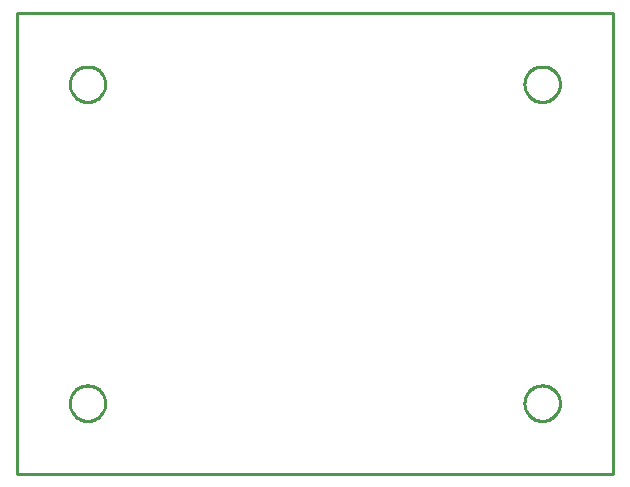
<source format=gbr>
G04 EAGLE Gerber RS-274X export*
G75*
%MOMM*%
%FSLAX34Y34*%
%LPD*%
%IN*%
%IPPOS*%
%AMOC8*
5,1,8,0,0,1.08239X$1,22.5*%
G01*
%ADD10C,0.254000*%


D10*
X24900Y355100D02*
X530200Y355100D01*
X530200Y745500D01*
X24900Y745500D01*
X24900Y355100D01*
X100000Y684464D02*
X100000Y685536D01*
X99924Y686604D01*
X99771Y687665D01*
X99543Y688712D01*
X99241Y689740D01*
X98867Y690744D01*
X98422Y691719D01*
X97908Y692659D01*
X97329Y693560D01*
X96687Y694418D01*
X95985Y695228D01*
X95228Y695985D01*
X94418Y696687D01*
X93560Y697329D01*
X92659Y697908D01*
X91719Y698422D01*
X90744Y698867D01*
X89740Y699241D01*
X88712Y699543D01*
X87665Y699771D01*
X86604Y699924D01*
X85536Y700000D01*
X84464Y700000D01*
X83396Y699924D01*
X82335Y699771D01*
X81288Y699543D01*
X80260Y699241D01*
X79256Y698867D01*
X78281Y698422D01*
X77341Y697908D01*
X76440Y697329D01*
X75582Y696687D01*
X74772Y695985D01*
X74015Y695228D01*
X73313Y694418D01*
X72671Y693560D01*
X72092Y692659D01*
X71578Y691719D01*
X71133Y690744D01*
X70759Y689740D01*
X70457Y688712D01*
X70229Y687665D01*
X70076Y686604D01*
X70000Y685536D01*
X70000Y684464D01*
X70076Y683396D01*
X70229Y682335D01*
X70457Y681288D01*
X70759Y680260D01*
X71133Y679256D01*
X71578Y678281D01*
X72092Y677341D01*
X72671Y676440D01*
X73313Y675582D01*
X74015Y674772D01*
X74772Y674015D01*
X75582Y673313D01*
X76440Y672671D01*
X77341Y672092D01*
X78281Y671578D01*
X79256Y671133D01*
X80260Y670759D01*
X81288Y670457D01*
X82335Y670229D01*
X83396Y670076D01*
X84464Y670000D01*
X85536Y670000D01*
X86604Y670076D01*
X87665Y670229D01*
X88712Y670457D01*
X89740Y670759D01*
X90744Y671133D01*
X91719Y671578D01*
X92659Y672092D01*
X93560Y672671D01*
X94418Y673313D01*
X95228Y674015D01*
X95985Y674772D01*
X96687Y675582D01*
X97329Y676440D01*
X97908Y677341D01*
X98422Y678281D01*
X98867Y679256D01*
X99241Y680260D01*
X99543Y681288D01*
X99771Y682335D01*
X99924Y683396D01*
X100000Y684464D01*
X100000Y414464D02*
X100000Y415536D01*
X99924Y416604D01*
X99771Y417665D01*
X99543Y418712D01*
X99241Y419740D01*
X98867Y420744D01*
X98422Y421719D01*
X97908Y422659D01*
X97329Y423560D01*
X96687Y424418D01*
X95985Y425228D01*
X95228Y425985D01*
X94418Y426687D01*
X93560Y427329D01*
X92659Y427908D01*
X91719Y428422D01*
X90744Y428867D01*
X89740Y429241D01*
X88712Y429543D01*
X87665Y429771D01*
X86604Y429924D01*
X85536Y430000D01*
X84464Y430000D01*
X83396Y429924D01*
X82335Y429771D01*
X81288Y429543D01*
X80260Y429241D01*
X79256Y428867D01*
X78281Y428422D01*
X77341Y427908D01*
X76440Y427329D01*
X75582Y426687D01*
X74772Y425985D01*
X74015Y425228D01*
X73313Y424418D01*
X72671Y423560D01*
X72092Y422659D01*
X71578Y421719D01*
X71133Y420744D01*
X70759Y419740D01*
X70457Y418712D01*
X70229Y417665D01*
X70076Y416604D01*
X70000Y415536D01*
X70000Y414464D01*
X70076Y413396D01*
X70229Y412335D01*
X70457Y411288D01*
X70759Y410260D01*
X71133Y409256D01*
X71578Y408281D01*
X72092Y407341D01*
X72671Y406440D01*
X73313Y405582D01*
X74015Y404772D01*
X74772Y404015D01*
X75582Y403313D01*
X76440Y402671D01*
X77341Y402092D01*
X78281Y401578D01*
X79256Y401133D01*
X80260Y400759D01*
X81288Y400457D01*
X82335Y400229D01*
X83396Y400076D01*
X84464Y400000D01*
X85536Y400000D01*
X86604Y400076D01*
X87665Y400229D01*
X88712Y400457D01*
X89740Y400759D01*
X90744Y401133D01*
X91719Y401578D01*
X92659Y402092D01*
X93560Y402671D01*
X94418Y403313D01*
X95228Y404015D01*
X95985Y404772D01*
X96687Y405582D01*
X97329Y406440D01*
X97908Y407341D01*
X98422Y408281D01*
X98867Y409256D01*
X99241Y410260D01*
X99543Y411288D01*
X99771Y412335D01*
X99924Y413396D01*
X100000Y414464D01*
X485000Y414464D02*
X485000Y415536D01*
X484924Y416604D01*
X484771Y417665D01*
X484543Y418712D01*
X484241Y419740D01*
X483867Y420744D01*
X483422Y421719D01*
X482908Y422659D01*
X482329Y423560D01*
X481687Y424418D01*
X480985Y425228D01*
X480228Y425985D01*
X479418Y426687D01*
X478560Y427329D01*
X477659Y427908D01*
X476719Y428422D01*
X475744Y428867D01*
X474740Y429241D01*
X473712Y429543D01*
X472665Y429771D01*
X471604Y429924D01*
X470536Y430000D01*
X469464Y430000D01*
X468396Y429924D01*
X467335Y429771D01*
X466288Y429543D01*
X465260Y429241D01*
X464256Y428867D01*
X463281Y428422D01*
X462341Y427908D01*
X461440Y427329D01*
X460582Y426687D01*
X459772Y425985D01*
X459015Y425228D01*
X458313Y424418D01*
X457671Y423560D01*
X457092Y422659D01*
X456578Y421719D01*
X456133Y420744D01*
X455759Y419740D01*
X455457Y418712D01*
X455229Y417665D01*
X455076Y416604D01*
X455000Y415536D01*
X455000Y414464D01*
X455076Y413396D01*
X455229Y412335D01*
X455457Y411288D01*
X455759Y410260D01*
X456133Y409256D01*
X456578Y408281D01*
X457092Y407341D01*
X457671Y406440D01*
X458313Y405582D01*
X459015Y404772D01*
X459772Y404015D01*
X460582Y403313D01*
X461440Y402671D01*
X462341Y402092D01*
X463281Y401578D01*
X464256Y401133D01*
X465260Y400759D01*
X466288Y400457D01*
X467335Y400229D01*
X468396Y400076D01*
X469464Y400000D01*
X470536Y400000D01*
X471604Y400076D01*
X472665Y400229D01*
X473712Y400457D01*
X474740Y400759D01*
X475744Y401133D01*
X476719Y401578D01*
X477659Y402092D01*
X478560Y402671D01*
X479418Y403313D01*
X480228Y404015D01*
X480985Y404772D01*
X481687Y405582D01*
X482329Y406440D01*
X482908Y407341D01*
X483422Y408281D01*
X483867Y409256D01*
X484241Y410260D01*
X484543Y411288D01*
X484771Y412335D01*
X484924Y413396D01*
X485000Y414464D01*
X485000Y684464D02*
X485000Y685536D01*
X484924Y686604D01*
X484771Y687665D01*
X484543Y688712D01*
X484241Y689740D01*
X483867Y690744D01*
X483422Y691719D01*
X482908Y692659D01*
X482329Y693560D01*
X481687Y694418D01*
X480985Y695228D01*
X480228Y695985D01*
X479418Y696687D01*
X478560Y697329D01*
X477659Y697908D01*
X476719Y698422D01*
X475744Y698867D01*
X474740Y699241D01*
X473712Y699543D01*
X472665Y699771D01*
X471604Y699924D01*
X470536Y700000D01*
X469464Y700000D01*
X468396Y699924D01*
X467335Y699771D01*
X466288Y699543D01*
X465260Y699241D01*
X464256Y698867D01*
X463281Y698422D01*
X462341Y697908D01*
X461440Y697329D01*
X460582Y696687D01*
X459772Y695985D01*
X459015Y695228D01*
X458313Y694418D01*
X457671Y693560D01*
X457092Y692659D01*
X456578Y691719D01*
X456133Y690744D01*
X455759Y689740D01*
X455457Y688712D01*
X455229Y687665D01*
X455076Y686604D01*
X455000Y685536D01*
X455000Y684464D01*
X455076Y683396D01*
X455229Y682335D01*
X455457Y681288D01*
X455759Y680260D01*
X456133Y679256D01*
X456578Y678281D01*
X457092Y677341D01*
X457671Y676440D01*
X458313Y675582D01*
X459015Y674772D01*
X459772Y674015D01*
X460582Y673313D01*
X461440Y672671D01*
X462341Y672092D01*
X463281Y671578D01*
X464256Y671133D01*
X465260Y670759D01*
X466288Y670457D01*
X467335Y670229D01*
X468396Y670076D01*
X469464Y670000D01*
X470536Y670000D01*
X471604Y670076D01*
X472665Y670229D01*
X473712Y670457D01*
X474740Y670759D01*
X475744Y671133D01*
X476719Y671578D01*
X477659Y672092D01*
X478560Y672671D01*
X479418Y673313D01*
X480228Y674015D01*
X480985Y674772D01*
X481687Y675582D01*
X482329Y676440D01*
X482908Y677341D01*
X483422Y678281D01*
X483867Y679256D01*
X484241Y680260D01*
X484543Y681288D01*
X484771Y682335D01*
X484924Y683396D01*
X485000Y684464D01*
M02*

</source>
